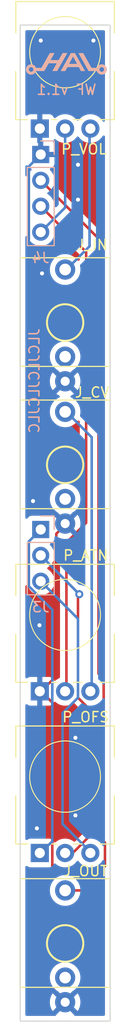
<source format=kicad_pcb>
(kicad_pcb (version 20240108) (generator "pcbnew") (generator_version "8.0")
  (title_block (rev "v1.1"))
  (layers (0 "F.Cu" signal) (31 "B.Cu" signal) (34 "B.Paste" user) (35 "F.Paste" user) (36 "B.SilkS" user "B.Silkscreen") (37 "F.SilkS" user "F.Silkscreen") (38 "B.Mask" user) (39 "F.Mask" user) (44 "Edge.Cuts" user))
  (net 0 "")
  (net 1 "Net-(J_IN1-PadSIG)")
  (net 2 "Net-(J3-Pad3)")
  (net 3 "Net-(J3-Pad1)")
  (net 4 "Net-(J_CV1-PadSIG)")
  (net 8 "Net-(J4-Pad4)")
  (net 9 "Net-(J3-Pad2)")
  (net 10 "Net-(J4-Pad3)")
  (net 11 "GND")
  (net 12 "Net-(J4-Pad2)")
  (footprint "Eurorack:Potentiometer Alpha RD901F-40-00D NoSides" (layer "F.Cu") (at 30.353 96.012 90)
    (property "Reference" "P_ATN1" (hide yes))
    (property "Value" "B100k" (hide yes))
    (fp_line (start -6.62 -4.8852) (end -1.9 -4.8852) (stroke (width 0.12)) (layer "F.SilkS"))
    (fp_line (start 1.91 -4.8752) (end 4.97 -4.8752) (stroke (width 0.12)) (layer "F.SilkS"))
    (fp_line (start -6.62 -3.6952) (end -6.62 -4.8752) (stroke (width 0.12)) (layer "F.SilkS"))
    (fp_line (start -6.62 -0.7952) (end -6.62 -1.3252) (stroke (width 0.12)) (layer "F.SilkS"))
    (fp_line (start -6.62 1.6548) (end -6.62 0.8248) (stroke (width 0.12)) (layer "F.SilkS"))
    (fp_line (start 4.97 4.8648) (end 4.97 -4.8752) (stroke (width 0.12)) (layer "F.SilkS"))
    (fp_line (start 1.91 4.8648) (end 4.97 4.8648) (stroke (width 0.12)) (layer "F.SilkS"))
    (fp_line (start -6.62 4.8648) (end -6.62 3.3748) (stroke (width 0.12)) (layer "F.SilkS"))
    (fp_line (start -6.62 4.8648) (end -1.9 4.8648) (stroke (width 0.12)) (layer "F.SilkS"))
    (fp_circle (center 0 -0.0052) (end 3.5 -0.0052) (stroke (width 0.1)) (fill none) (layer "F.SilkS"))
    (pad "1" thru_hole rect (at -7.5 -2.5052 180) (size 1.8 1.8) (drill 1) (layers "*.Cu" "*.Mask") (net 11 "GND"))
    (pad "2" thru_hole circle (at -7.5 -0.0052 180) (size 1.8 1.8) (drill 1) (layers "*.Cu" "*.Mask") (net 10 "Net-(J4-Pad3)"))
    (pad "3" thru_hole circle (at -7.5 2.4948 180) (size 1.8 1.8) (drill 1) (layers "*.Cu" "*.Mask") (net 4 "Net-(J_CV1-PadSIG)"))
  )
  (footprint "Eurorack:PJ301M-12" (layer "F.Cu") (at 30.353 67.31)
    (property "Reference" "J_IN1" (hide yes))
    (property "Value" "PJ301M-12" (hide yes))
    (fp_rect (start -4.455 -6.362039) (end 4.445 4.305961) (stroke (width 0.12)) (fill none) (layer "F.SilkS"))
    (fp_circle (center 0 0) (end 1.796051 0) (stroke (width 0.2)) (fill none) (layer "F.SilkS"))
    (pad "GND" thru_hole circle (at 0 5.766) (size 2 2) (drill 0.9) (layers "*.Cu" "*.Mask") (net 11 "GND"))
    (pad "SIG" thru_hole circle (at 0 -5.207) (size 2 2) (drill 1.15) (layers "*.Cu" "*.Mask") (net 1 "Net-(J_IN1-PadSIG)"))
    (pad "SW" thru_hole circle (at 0 3.353) (size 2 2) (drill 1.14) (layers "*.Cu" "*.Mask"))
    (zone (net 0) (net_name "") (layer "F.Cu") (connect_pads (clearance 0)) (min_thickness 0.254)
      (keepout (tracks not_allowed) (vias not_allowed) (pads not_allowed) (copperpour not_allowed) (footprints allowed))
      (fill (thermal_gap 0.508) (thermal_bridge_width 0.508))
      (polygon (pts (xy 31.858141 67.31) (xy 31.83793 67.064171) (xy 31.777841 66.824945) (xy 31.679486 66.598744) (xy 31.545508 66.391645) (xy 31.379504 66.20921) (xy 31.185932 66.056336) (xy 30.969992 65.937131) (xy 30.737482 65.854794) (xy 30.494646 65.811539) (xy 30.248007 65.808525) (xy 30.004187 65.845835) (xy 29.769734 65.922466) (xy 29.550946 66.03636) (xy 29.353697 66.184458) (xy 29.183286 66.362784) (xy 29.044288 66.566548) (xy 28.940436 66.790278) (xy 28.874519 67.027965) (xy 28.848308 67.273226) (xy 28.862507 67.519475) (xy 28.916734 67.760099) (xy 29.009532 67.988634) (xy 29.138411 68.198945) (xy 29.299908 68.385382) (xy 29.489687 68.542939) (xy 29.70265 68.667385) (xy 29.933079 68.755377) (xy 30.174785 68.804553) (xy 30.421278 68.813592) (xy 30.665936 68.78225) (xy 30.902191 68.71137) (xy 31.123697 68.602856) (xy 31.324505 68.459621) (xy 31.499223 68.285512) (xy 31.643158 68.085205) (xy 31.752445 67.864079) (xy 31.824149 67.628074) (xy 31.856344 67.383526)))
    )
  )
  (footprint "Eurorack:PJ301M-12" (layer "F.Cu") (at 30.353 81.28)
    (property "Reference" "J_CV1" (hide yes))
    (property "Value" "PJ301M-12" (hide yes))
    (fp_rect (start -4.455 -6.362039) (end 4.445 4.305961) (stroke (width 0.12)) (fill none) (layer "F.SilkS"))
    (fp_circle (center 0 0) (end 1.796051 0) (stroke (width 0.2)) (fill none) (layer "F.SilkS"))
    (pad "GND" thru_hole circle (at 0 5.766) (size 2 2) (drill 0.9) (layers "*.Cu" "*.Mask") (net 11 "GND"))
    (pad "SIG" thru_hole circle (at 0 -5.207) (size 2 2) (drill 1.15) (layers "*.Cu" "*.Mask") (net 4 "Net-(J_CV1-PadSIG)"))
    (pad "SW" thru_hole circle (at 0 3.353) (size 2 2) (drill 1.14) (layers "*.Cu" "*.Mask"))
    (zone (net 0) (net_name "") (layer "F.Cu") (connect_pads (clearance 0)) (min_thickness 0.254)
      (keepout (tracks not_allowed) (vias not_allowed) (pads not_allowed) (copperpour not_allowed) (footprints allowed))
      (fill (thermal_gap 0.508) (thermal_bridge_width 0.508))
      (polygon (pts (xy 31.858141 81.28) (xy 31.83793 81.034171) (xy 31.777841 80.794945) (xy 31.679486 80.568744) (xy 31.545508 80.361645) (xy 31.379504 80.17921) (xy 31.185932 80.026336) (xy 30.969992 79.907131) (xy 30.737482 79.824794) (xy 30.494646 79.781539) (xy 30.248007 79.778525) (xy 30.004187 79.815835) (xy 29.769734 79.892466) (xy 29.550946 80.00636) (xy 29.353697 80.154458) (xy 29.183286 80.332784) (xy 29.044288 80.536548) (xy 28.940436 80.760278) (xy 28.874519 80.997965) (xy 28.848308 81.243226) (xy 28.862507 81.489475) (xy 28.916734 81.730099) (xy 29.009532 81.958634) (xy 29.138411 82.168945) (xy 29.299908 82.355382) (xy 29.489687 82.512939) (xy 29.70265 82.637385) (xy 29.933079 82.725377) (xy 30.174785 82.774553) (xy 30.421278 82.783592) (xy 30.665936 82.75225) (xy 30.902191 82.68137) (xy 31.123697 82.572856) (xy 31.324505 82.429621) (xy 31.499223 82.255512) (xy 31.643158 82.055205) (xy 31.752445 81.834079) (xy 31.824149 81.598074) (xy 31.856344 81.353526)))
    )
  )
  (footprint "Eurorack:PJ301M-12" (layer "F.Cu") (at 30.353 128.27)
    (property "Reference" "J_OUT1" (hide yes))
    (property "Value" "PJ301M-12" (hide yes))
    (fp_rect (start -4.455 -6.362039) (end 4.445 4.305961) (stroke (width 0.12)) (fill none) (layer "F.SilkS"))
    (fp_circle (center 0 0) (end 1.796051 0) (stroke (width 0.2)) (fill none) (layer "F.SilkS"))
    (pad "GND" thru_hole circle (at 0 5.766) (size 2 2) (drill 0.9) (layers "*.Cu" "*.Mask") (net 11 "GND"))
    (pad "SIG" thru_hole circle (at 0 -5.207) (size 2 2) (drill 1.15) (layers "*.Cu" "*.Mask") (net 12 "Net-(J4-Pad2)"))
    (pad "SW" thru_hole circle (at 0 3.353) (size 2 2) (drill 1.14) (layers "*.Cu" "*.Mask"))
    (zone (net 0) (net_name "") (layer "F.Cu") (connect_pads (clearance 0)) (min_thickness 0.254)
      (keepout (tracks not_allowed) (vias not_allowed) (pads not_allowed) (copperpour not_allowed) (footprints allowed))
      (fill (thermal_gap 0.508) (thermal_bridge_width 0.508))
      (polygon (pts (xy 31.858141 128.27) (xy 31.83793 128.024171) (xy 31.777841 127.784945) (xy 31.679486 127.558744) (xy 31.545508 127.351645) (xy 31.379504 127.16921) (xy 31.185932 127.016336) (xy 30.969992 126.897131) (xy 30.737482 126.814794) (xy 30.494646 126.771539) (xy 30.248007 126.768525) (xy 30.004187 126.805835) (xy 29.769734 126.882466) (xy 29.550946 126.99636) (xy 29.353697 127.144458) (xy 29.183286 127.322784) (xy 29.044288 127.526548) (xy 28.940436 127.750278) (xy 28.874519 127.987965) (xy 28.848308 128.233226) (xy 28.862507 128.479475) (xy 28.916734 128.720099) (xy 29.009532 128.948634) (xy 29.138411 129.158945) (xy 29.299908 129.345382) (xy 29.489687 129.502939) (xy 29.70265 129.627385) (xy 29.933079 129.715377) (xy 30.174785 129.764553) (xy 30.421278 129.773592) (xy 30.665936 129.74225) (xy 30.902191 129.67137) (xy 31.123697 129.562856) (xy 31.324505 129.419621) (xy 31.499223 129.245512) (xy 31.643158 129.045205) (xy 31.752445 128.824079) (xy 31.824149 128.588074) (xy 31.856344 128.343526)))
    )
  )
  (footprint "Eurorack:Potentiometer Alpha RD901F-40-00D NoSides" (layer "F.Cu") (at 30.353 40.767 90)
    (property "Reference" "P_VOL1" (hide yes))
    (property "Value" "B100k" (hide yes))
    (fp_line (start -6.62 -4.8852) (end -1.9 -4.8852) (stroke (width 0.12)) (layer "F.SilkS"))
    (fp_line (start 1.91 -4.8752) (end 4.97 -4.8752) (stroke (width 0.12)) (layer "F.SilkS"))
    (fp_line (start -6.62 -3.6952) (end -6.62 -4.8752) (stroke (width 0.12)) (layer "F.SilkS"))
    (fp_line (start -6.62 -0.7952) (end -6.62 -1.3252) (stroke (width 0.12)) (layer "F.SilkS"))
    (fp_line (start -6.62 1.6548) (end -6.62 0.8248) (stroke (width 0.12)) (layer "F.SilkS"))
    (fp_line (start 4.97 4.8648) (end 4.97 -4.8752) (stroke (width 0.12)) (layer "F.SilkS"))
    (fp_line (start 1.91 4.8648) (end 4.97 4.8648) (stroke (width 0.12)) (layer "F.SilkS"))
    (fp_line (start -6.62 4.8648) (end -6.62 3.3748) (stroke (width 0.12)) (layer "F.SilkS"))
    (fp_line (start -6.62 4.8648) (end -1.9 4.8648) (stroke (width 0.12)) (layer "F.SilkS"))
    (fp_circle (center 0 -0.0052) (end 3.5 -0.0052) (stroke (width 0.1)) (fill none) (layer "F.SilkS"))
    (pad "1" thru_hole rect (at -7.5 -2.5052 180) (size 1.8 1.8) (drill 1) (layers "*.Cu" "*.Mask") (net 11 "GND"))
    (pad "2" thru_hole circle (at -7.5 -0.0052 180) (size 1.8 1.8) (drill 1) (layers "*.Cu" "*.Mask") (net 8 "Net-(J4-Pad4)"))
    (pad "3" thru_hole circle (at -7.5 2.4948 180) (size 1.8 1.8) (drill 1) (layers "*.Cu" "*.Mask") (net 1 "Net-(J_IN1-PadSIG)"))
  )
  (footprint "Eurorack:Potentiometer Alpha RD901F-40-00D NoSides" (layer "F.Cu") (at 30.353 111.887 90)
    (property "Reference" "P_OFS1" (hide yes))
    (property "Value" "B100k" (hide yes))
    (fp_line (start -6.62 -4.8852) (end -1.9 -4.8852) (stroke (width 0.12)) (layer "F.SilkS"))
    (fp_line (start 1.91 -4.8752) (end 4.97 -4.8752) (stroke (width 0.12)) (layer "F.SilkS"))
    (fp_line (start -6.62 -3.6952) (end -6.62 -4.8752) (stroke (width 0.12)) (layer "F.SilkS"))
    (fp_line (start -6.62 -0.7952) (end -6.62 -1.3252) (stroke (width 0.12)) (layer "F.SilkS"))
    (fp_line (start -6.62 1.6548) (end -6.62 0.8248) (stroke (width 0.12)) (layer "F.SilkS"))
    (fp_line (start 4.97 4.8648) (end 4.97 -4.8752) (stroke (width 0.12)) (layer "F.SilkS"))
    (fp_line (start 1.91 4.8648) (end 4.97 4.8648) (stroke (width 0.12)) (layer "F.SilkS"))
    (fp_line (start -6.62 4.8648) (end -6.62 3.3748) (stroke (width 0.12)) (layer "F.SilkS"))
    (fp_line (start -6.62 4.8648) (end -1.9 4.8648) (stroke (width 0.12)) (layer "F.SilkS"))
    (fp_circle (center 0 -0.0052) (end 3.5 -0.0052) (stroke (width 0.1)) (fill none) (layer "F.SilkS"))
    (pad "1" thru_hole rect (at -7.5 -2.5052 180) (size 1.8 1.8) (drill 1) (layers "*.Cu" "*.Mask") (net 3 "Net-(J3-Pad1)"))
    (pad "2" thru_hole circle (at -7.5 -0.0052 180) (size 1.8 1.8) (drill 1) (layers "*.Cu" "*.Mask") (net 9 "Net-(J3-Pad2)"))
    (pad "3" thru_hole circle (at -7.5 2.4948 180) (size 1.8 1.8) (drill 1) (layers "*.Cu" "*.Mask") (net 2 "Net-(J3-Pad3)"))
  )
  (footprint "Connector_PinHeader_2.54mm:PinHeader_1x03_P2.54mm_Vertical" (layer "B.Cu") (at 27.94 87.63 180)
    (property "Reference" "J3" (at 0 -7.62 0) (layer "B.SilkS") (effects (justify mirror)))
    (property "Value" "Conn_01x03_Female" (hide yes))
    (fp_line (start 1.33 -1.27) (end 1.33 -6.41) (stroke (width 0.12)) (layer "B.SilkS"))
    (fp_line (start -1.33 1.33) (end 0 1.33) (stroke (width 0.12)) (layer "B.SilkS"))
    (fp_line (start -1.33 0) (end -1.33 1.33) (stroke (width 0.12)) (layer "B.SilkS"))
    (fp_line (start -1.33 -1.27) (end 1.33 -1.27) (stroke (width 0.12)) (layer "B.SilkS"))
    (fp_line (start -1.33 -1.27) (end -1.33 -6.41) (stroke (width 0.12)) (layer "B.SilkS"))
    (fp_line (start -1.33 -6.41) (end 1.33 -6.41) (stroke (width 0.12)) (layer "B.SilkS"))
    (pad "1" thru_hole rect (at 0 0 180) (size 1.7 1.7) (drill 1) (layers "*.Cu" "*.Mask") (net 3 "Net-(J3-Pad1)"))
    (pad "2" thru_hole oval (at 0 -2.54 180) (size 1.7 1.7) (drill 1) (layers "*.Cu" "*.Mask") (net 9 "Net-(J3-Pad2)"))
    (pad "3" thru_hole oval (at 0 -5.08 180) (size 1.7 1.7) (drill 1) (layers "*.Cu" "*.Mask") (net 2 "Net-(J3-Pad3)"))
  )
  (footprint "Logos:Avalon Harmonics Small 8mm" (layer "B.Cu") (at 30.48 41.91 180)
    (property "Reference" "G***" (hide yes))
    (property "Value" "LOGO" (hide yes))
    (fp_poly (pts (xy 0.063364 0.181652) (xy 0.107392 0.104865) (xy 0.150408 0.029818) (xy 0.192248 -0.043205) (xy 0.23275 -0.113918) (xy 0.271752 -0.182037) (xy 0.309091 -0.247278) (xy 0.344605 -0.309357) (xy 0.37813 -0.367987) (xy 0.409505 -0.422886) (xy 0.438567 -0.473768) (xy 0.465153 -0.52035) (xy 0.489102 -0.562345) (xy 0.510249 -0.599471) (xy 0.528433 -0.631442) (xy 0.543492 -0.657973) (xy 0.555262 -0.678781) (xy 0.563581 -0.693581) (xy 0.568287 -0.702088) (xy 0.569344 -0.704145) (xy 0.569403 -0.705581) (xy 0.568326 -0.706801) (xy 0.565531 -0.707823) (xy 0.560437 -0.708663) (xy 0.552464 -0.709341) (xy 0.541031 -0.709872) (xy 0.525557 -0.710276) (xy 0.505462 -0.710568) (xy 0.480165 -0.710767) (xy 0.449084 -0.71089) (xy 0.411639 -0.710955) (xy 0.367249 -0.710979) (xy 0.342539 -0.710981) (xy 0.11382 -0.710981) (xy 0.106431 -0.700238) (xy 0.10318 -0.694831) (xy 0.096557 -0.683243) (xy 0.086935 -0.666149) (xy 0.074691 -0.644225) (xy 0.060201 -0.618144) (xy 0.043838 -0.588582) (xy 0.025979 -0.556213) (xy 0.007 -0.521713) (xy -0.00223 -0.504901) (xy -0.103502 -0.320306) (xy -0.664094 -0.321296) (xy -1.224685 -0.322285) (xy -1.326254 -0.51211) (xy -1.345327 -0.547731) (xy -1.363345 -0.581336) (xy -1.379964 -0.612284) (xy -1.394838 -0.639933) (xy -1.407621 -0.663642) (xy -1.417967 -0.68277) (xy -1.42553 -0.696674) (xy -1.429966 -0.704715) (xy -1.430983 -0.706458) (xy -1.435339 -0.707325) (xy -1.446554 -0.708112) (xy -1.463746 -0.708816) (xy -1.486034 -0.709434) (xy -1.512536 -0.709964) (xy -1.54237 -0.710402) (xy -1.574655 -0.710745) (xy -1.60851 -0.710992) (xy -1.643053 -0.711138) (xy -1.677403 -0.711181) (xy -1.710677 -0.711117) (xy -1.741995 -0.710945) (xy -1.770475 -0.710662) (xy -1.795235 -0.710263) (xy -1.815395 -0.709747) (xy -1.830072 -0.709111) (xy -1.838384 -0.708351) (xy -1.839957 -0.707797) (xy -1.838059 -0.704164) (xy -1.832471 -0.694016) (xy -1.823354 -0.677637) (xy -1.810867 -0.655311) (xy -1.79517 -0.627321) (xy -1.776424 -0.593952) (xy -1.754788 -0.555486) (xy -1.730422 -0.512208) (xy -1.703487 -0.464402) (xy -1.674142 -0.412352) (xy -1.642547 -0.356341) (xy -1.608863 -0.296653) (xy -1.573249 -0.233572) (xy -1.535865 -0.167381) (xy -1.496871 -0.098365) (xy -1.456428 -0.026807) (xy -1.439615 0.00293) (xy -1.045782 0.00293) (xy -1.042194 0.002519) (xy -1.031317 0.002124) (xy -1.013674 0.001751) (xy -0.989788 0.001403) (xy -0.960184 0.001085) (xy -0.925385 0.000799) (xy -0.885915 0.000551) (xy -0.842297 0.000344) (xy -0.795054 0.000182) (xy -0.744711 0.000069) (xy -0.69179 0.000009) (xy -0.661963 0) (xy -0.598482 0.000006) (xy -0.542365 0.000028) (xy -0.493165 0.000075) (xy -0.450433 0.000154) (xy -0.413722 0.000273) (xy -0.382582 0.00044) (xy -0.356566 0.000664) (xy -0.335226 0.000952) (xy -0.318113 0.001311) (xy -0.304779 0.001751) (xy -0.294775 0.002278) (xy -0.287655 0.002901) (xy -0.282969 0.003628) (xy -0.280269 0.004466) (xy -0.279107 0.005424) (xy -0.279036 0.006509) (xy -0.279121 0.006764) (xy -0.28143 0.011495) (xy -0.287035 0.022418) (xy -0.295566 0.038826) (xy -0.306653 0.060012) (xy -0.319924 0.085271) (xy -0.335009 0.113895) (xy -0.351538 0.145177) (xy -0.368748 0.177673) (xy -0.389168 0.216186) (xy -0.41238 0.259965) (xy -0.437518 0.307375) (xy -0.463713 0.35678) (xy -0.490099 0.406544) (xy -0.515808 0.455032) (xy -0.539973 0.500607) (xy -0.554766 0.528506) (xy -0.577236 0.570781) (xy -0.59637 0.606539) (xy -0.612412 0.63621) (xy -0.625607 0.660221) (xy -0.636199 0.679001) (xy -0.644432 0.692978) (xy -0.65055 0.70258) (xy -0.654797 0.708237) (xy -0.657418 0.710375) (xy -0.658303 0.710157) (xy -0.660768 0.706094) (xy -0.666713 0.695631) (xy -0.675882 0.679234) (xy -0.688019 0.657365) (xy -0.702869 0.63049) (xy -0.720177 0.599071) (xy -0.739687 0.563572) (xy -0.761144 0.524458) (xy -0.784294 0.482193) (xy -0.808879 0.43724) (xy -0.834646 0.390063) (xy -0.853507 0.355491) (xy -0.879906 0.30708) (xy -0.905253 0.2606) (xy -0.929297 0.216508) (xy -0.951788 0.175266) (xy -0.972474 0.137333) (xy -0.991106 0.103169) (xy -1.007432 0.073233) (xy -1.021202 0.047987) (xy -1.032164 0.027889) (xy -1.040068 0.013399) (xy -1.044663 0.004978) (xy -1.045782 0.00293) (xy -1.439615 0.00293) (xy -1.414694 0.047008) (xy -1.371831 0.122798) (xy -1.340603 0.178) (xy -0.841249 1.060612) (xy -0.440703 1.060612)) (fill solid) (layer "B.SilkS"))
    (fp_poly (pts (xy -1.497484 1.061879) (xy -1.45764 1.061778) (xy -1.417043 1.061626) (xy -1.183593 1.060612) (xy -1.682149 0.179699) (xy -1.725736 0.102706) (xy -1.768352 0.027474) (xy -1.809834 -0.045712) (xy -1.850021 -0.116567) (xy -1.888748 -0.184807) (xy -1.925855 -0.250146) (xy -1.961179 -0.312299) (xy -1.994557 -0.370981) (xy -2.025826 -0.425908) (xy -2.054826 -0.476794) (xy -2.081392 -0.523353) (xy -2.105363 -0.565302) (xy -2.126577 -0.602356) (xy -2.14487 -0.634228) (xy -2.160081 -0.660634) (xy -2.172047 -0.681289) (xy -2.180606 -0.695909) (xy -2.185595 -0.704207) (xy -2.18687 -0.706098) (xy -2.189439 -0.706916) (xy -2.195215 -0.707643) (xy -2.204571 -0.708285) (xy -2.217881 -0.708847) (xy -2.235519 -0.709331) (xy -2.257859 -0.709743) (xy -2.285275 -0.710088) (xy -2.318141 -0.710369) (xy -2.356831 -0.710591) (xy -2.40172 -0.710759) (xy -2.45318 -0.710877) (xy -2.511586 -0.710949) (xy -2.577311 -0.710979) (xy -2.599845 -0.710981) (xy -3.006655 -0.710981) (xy -3.018911 -0.743246) (xy -3.043124 -0.796175) (xy -3.074049 -0.845887) (xy -3.111061 -0.891854) (xy -3.153537 -0.933547) (xy -3.200852 -0.970439) (xy -3.252383 -1.002001) (xy -3.307504 -1.027705) (xy -3.365592 -1.047024) (xy -3.383021 -1.051383) (xy -3.401982 -1.054713) (xy -3.426428 -1.057453) (xy -3.454271 -1.059519) (xy -3.483426 -1.060827) (xy -3.511804 -1.061294) (xy -3.537318 -1.060834) (xy -3.55788 -1.059364) (xy -3.563257 -1.058638) (xy -3.625636 -1.04494) (xy -3.684754 -1.024385) (xy -3.740186 -0.997373) (xy -3.791508 -0.964304) (xy -3.838295 -0.925578) (xy -3.880122 -0.881595) (xy -3.916565 -0.832756) (xy -3.947198 -0.77946) (xy -3.971597 -0.722108) (xy -3.989338 -0.661099) (xy -3.990409 -0.65629) (xy -3.994757 -0.629779) (xy -3.997686 -0.598147) (xy -3.999129 -0.56397) (xy -3.999094 -0.552768) (xy -3.712535 -0.552768) (xy -3.70899 -0.594517) (xy -3.698163 -0.633499) (xy -3.680163 -0.669454) (xy -3.6551 -0.702122) (xy -3.645375 -0.712062) (xy -3.612806 -0.738347) (xy -3.577038 -0.757793) (xy -3.538879 -0.770208) (xy -3.499135 -0.775397) (xy -3.458616 -0.773165) (xy -3.424039 -0.76525) (xy -3.387214 -0.749767) (xy -3.353907 -0.727732) (xy -3.324894 -0.699907) (xy -3.300951 -0.667056) (xy -3.282855 -0.629943) (xy -3.280818 -0.624408) (xy -3.275329 -0.602379) (xy -3.272164 -0.575654) (xy -3.271356 -0.54699) (xy -3.272938 -0.519145) (xy -3.276943 -0.494878) (xy -3.279173 -0.486967) (xy -3.295059 -0.450607) (xy -3.317412 -0.417263) (xy -3.345172 -0.388018) (xy -3.37728 -0.363955) (xy -3.412676 -0.346157) (xy -3.419262 -0.343721) (xy -3.445317 -0.337058) (xy -3.475044 -0.333392) (xy -3.505328 -0.332874) (xy -3.533052 -0.335649) (xy -3.543187 -0.337833) (xy -3.580141 -0.350376) (xy -3.612262 -0.367877) (xy -3.641521 -0.391453) (xy -3.646716 -0.396509) (xy -3.673871 -0.42813) (xy -3.693605 -0.461622) (xy -3.706227 -0.497717) (xy -3.712045 -0.537149) (xy -3.712535 -0.552768) (xy -3.999094 -0.552768) (xy -3.999022 -0.529823) (xy -3.997298 -0.49828) (xy -3.994962 -0.478258) (xy -3.981769 -0.417017) (xy -3.961645 -0.358845) (xy -3.935018 -0.304184) (xy -3.902314 -0.253473) (xy -3.86396 -0.207153) (xy -3.820382 -0.165663) (xy -3.772008 -0.129444) (xy -3.719264 -0.098936) (xy -3.662577 -0.07458) (xy -3.602373 -0.056814) (xy -3.582252 -0.052558) (xy -3.547318 -0.047773) (xy -3.507953 -0.045558) (xy -3.467094 -0.045889) (xy -3.427681 -0.04874) (xy -3.392649 -0.054083) (xy -3.391874 -0.054245) (xy -3.329448 -0.071202) (xy -3.270254 -0.095257) (xy -3.214039 -0.126516) (xy -3.205583 -0.132008) (xy -3.18715 -0.145728) (xy -3.165669 -0.164126) (xy -3.142742 -0.1856) (xy -3.119971 -0.20855) (xy -3.098956 -0.231373) (xy -3.0813 -0.25247) (xy -3.070902 -0.266676) (xy -3.059367 -0.285138) (xy -3.046889 -0.307054) (xy -3.034628 -0.330194) (xy -3.023745 -0.35233) (xy -3.0154 -0.371234) (xy -3.012603 -0.378605) (xy -3.008404 -0.390649) (xy -2.743536 -0.390477) (xy -2.478669 -0.390305) (xy -2.068641 0.334615) (xy -2.029183 0.40435) (xy -1.990721 0.472274) (xy -1.953433 0.538075) (xy -1.917497 0.601439) (xy -1.883092 0.662053) (xy -1.850396 0.719606) (xy -1.819587 0.773782) (xy -1.790844 0.824271) (xy -1.764345 0.870759) (xy -1.740269 0.912934) (xy -1.718793 0.950481) (xy -1.700096 0.983089) (xy -1.684357 1.010445) (xy -1.671753 1.032236) (xy -1.662464 1.048148) (xy -1.656667 1.05787) (xy -1.654553 1.061087) (xy -1.650015 1.06135) (xy -1.638356 1.061565) (xy -1.620269 1.061732) (xy -1.596446 1.061848) (xy -1.567579 1.061912) (xy -1.534361 1.061923)) (fill solid) (layer "B.SilkS"))
    (fp_poly (pts (xy 1.557128 1.061892) (xy 1.585835 1.061817) (xy 1.609474 1.061688) (xy 1.627354 1.061507) (xy 1.638779 1.061277) (xy 1.643033 1.06101) (xy 1.645357 1.057513) (xy 1.651381 1.047546) (xy 1.660925 1.03142) (xy 1.67381 1.009447) (xy 1.689855 0.981938) (xy 1.70888 0.949205) (xy 1.730706 0.911558) (xy 1.755153 0.869309) (xy 1.782041 0.82277) (xy 1.811189 0.772251) (xy 1.842419 0.718065) (xy 1.87555 0.660523) (xy 1.910402 0.599936) (xy 1.946795 0.536615) (xy 1.98455 0.470872) (xy 2.023487 0.403018) (xy 2.062851 0.334366) (xy 2.478408 -0.390649) (xy 3.008404 -0.390649) (xy 3.012602 -0.378605) (xy 3.019289 -0.362083) (xy 3.02908 -0.341243) (xy 3.040815 -0.318314) (xy 3.053332 -0.295523) (xy 3.065472 -0.2751) (xy 3.070901 -0.266676) (xy 3.084855 -0.248006) (xy 3.103419 -0.226362) (xy 3.124989 -0.203348) (xy 3.147962 -0.180567) (xy 3.170735 -0.159622) (xy 3.191704 -0.142116) (xy 3.20566 -0.131956) (xy 3.260534 -0.099788) (xy 3.31674 -0.07523) (xy 3.374811 -0.058122) (xy 3.435279 -0.0483) (xy 3.490449 -0.045556) (xy 3.554528 -0.049152) (xy 3.615861 -0.060056) (xy 3.674344 -0.078228) (xy 3.729874 -0.103623) (xy 3.782347 -0.1362) (xy 3.831661 -0.175915) (xy 3.851894 -0.195201) (xy 3.89338 -0.242187) (xy 3.928593 -0.293722) (xy 3.95734 -0.349446) (xy 3.979427 -0.408999) (xy 3.990904 -0.453153) (xy 3.994709 -0.477157) (xy 3.997223 -0.506594) (xy 3.998443 -0.539205) (xy 3.998366 -0.572727) (xy 3.996988 -0.6049) (xy 3.994307 -0.633461) (xy 3.991181 -0.652384) (xy 3.974128 -0.714817) (xy 3.950593 -0.772928) (xy 3.920464 -0.826917) (xy 3.883631 -0.876984) (xy 3.841147 -0.922223) (xy 3.792596 -0.963196) (xy 3.740223 -0.997361) (xy 3.683985 -1.024742) (xy 3.623839 -1.045362) (xy 3.593971 -1.052776) (xy 3.58167 -1.054767) (xy 3.564147 -1.056672) (xy 3.543084 -1.058405) (xy 3.520163 -1.059881) (xy 3.497066 -1.061013) (xy 3.475475 -1.061715) (xy 3.457072 -1.061902) (xy 3.443539 -1.061488) (xy 3.437711 -1.060758) (xy 3.431163 -1.059488) (xy 3.419306 -1.057427) (xy 3.404548 -1.054993) (xy 3.402553 -1.054672) (xy 3.355737 -1.044136) (xy 3.307379 -1.027657) (xy 3.259653 -1.006166) (xy 3.214733 -0.980594) (xy 3.190136 -0.963756) (xy 3.147804 -0.928606) (xy 3.108699 -0.888244) (xy 3.073878 -0.844056) (xy 3.044401 -0.797427) (xy 3.021324 -0.749744) (xy 3.015791 -0.735397) (xy 3.00695 -0.710981) (xy 2.599524 -0.710981) (xy 2.532545 -0.710967) (xy 2.472971 -0.71092) (xy 2.420393 -0.710836) (xy 2.374404 -0.710709) (xy 2.334596 -0.710534) (xy 2.300561 -0.710306) (xy 2.27189 -0.710019) (xy 2.248176 -0.709669) (xy 2.22901 -0.709251) (xy 2.213985 -0.708758) (xy 2.202692 -0.708186) (xy 2.194724 -0.70753) (xy 2.189672 -0.706785) (xy 2.187128 -0.705944) (xy 2.186837 -0.705719) (xy 2.184232 -0.701688) (xy 2.178008 -0.691311) (xy 2.168421 -0.675029) (xy 2.155724 -0.65328) (xy 2.140171 -0.626505) (xy 2.122018 -0.595143) (xy 2.101517 -0.559636) (xy 2.099449 -0.556046) (xy 3.269732 -0.556046) (xy 3.273421 -0.595625) (xy 3.284015 -0.632947) (xy 3.300806 -0.66735) (xy 3.323087 -0.698173) (xy 3.35015 -0.724756) (xy 3.381286 -0.746436) (xy 3.415789 -0.762555) (xy 3.452949 -0.772449) (xy 3.49206 -0.775459) (xy 3.504121 -0.774916) (xy 3.521897 -0.772856) (xy 3.540451 -0.769557) (xy 3.550795 -0.767073) (xy 3.588742 -0.752473) (xy 3.623033 -0.731345) (xy 3.652966 -0.704395) (xy 3.67784 -0.672329) (xy 3.696954 -0.635852) (xy 3.705594 -0.611366) (xy 3.709996 -0.589743) (xy 3.712235 -0.563667) (xy 3.712443 -0.552768) (xy 3.709183 -0.512064) (xy 3.699205 -0.474895) (xy 3.682208 -0.440548) (xy 3.657892 -0.40831) (xy 3.646715 -0.396509) (xy 3.615364 -0.370397) (xy 3.580922 -0.351) (xy 3.544291 -0.338313) (xy 3.506371 -0.332335) (xy 3.46806 -0.333061) (xy 3.430261 -0.340489) (xy 3.393872 -0.354615) (xy 3.359794 -0.375437) (xy 3.334118 -0.397592) (xy 3.307712 -0.429341) (xy 3.288099 -0.464809) (xy 3.275458 -0.503556) (xy 3.269967 -0.545144) (xy 3.269732 -0.556046) (xy 2.099449 -0.556046) (xy 2.078924 -0.520422) (xy 2.054492 -0.477942) (xy 2.028475 -0.432635) (xy 2.001129 -0.384942) (xy 1.972707 -0.335302) (xy 1.966818 -0.325007) (xy 1.75206 0.050443) (xy 1.356528 0.050614) (xy 1.301662 0.050619) (xy 1.249051 0.050589) (xy 1.199216 0.050525) (xy 1.152676 0.05043) (xy 1.109952 0.050307) (xy 1.071563 0.050156) (xy 1.038029 0.049981) (xy 1.009869 0.049784) (xy 0.987604 0.049567) (xy 0.971752 0.049332) (xy 0.962835 0.049081) (xy 0.960996 0.0489) (xy 0.962899 0.04533) (xy 0.968443 0.035417) (xy 0.977379 0.019596) (xy 0.989462 -0.0017) (xy 1.004442 -0.028036) (xy 1.022073 -0.058977) (xy 1.042106 -0.09409) (xy 1.064294 -0.132941) (xy 1.08839 -0.175095) (xy 1.114146 -0.220118) (xy 1.141315 -0.267576) (xy 1.169648 -0.317035) (xy 1.175853 -0.327862) (xy 1.204406 -0.377699) (xy 1.231846 -0.425633) (xy 1.257928 -0.471229) (xy 1.282402 -0.514053) (xy 1.305021 -0.55367) (xy 1.325538 -0.589645) (xy 1.343705 -0.621545) (xy 1.359274 -0.648934) (xy 1.371998 -0.671377) (xy 1.381629 -0.688441) (xy 1.38792 -0.69969) (xy 1.390622 -0.704691) (xy 1.39071 -0.704907) (xy 1.386916 -0.705294) (xy 1.375981 -0.705659) (xy 1.35858 -0.705996) (xy 1.335385 -0.706298) (xy 1.307068 -0.706559) (xy 1.274304 -0.706774) (xy 1.237764 -0.706935) (xy 1.198122 -0.707038) (xy 1.156051 -0.707075) (xy 0.918826 -0.707075) (xy 0.413512 0.174318) (xy 0.369451 0.251175) (xy 0.326406 0.326269) (xy 0.284539 0.399316) (xy 0.244012 0.470034) (xy 0.204987 0.53814) (xy 0.167626 0.603352) (xy 0.13209 0.665385) (xy 0.098542 0.723959) (xy 0.067143 0.778789) (xy 0.038055 0.829593) (xy 0.011441 0.876089) (xy -0.012538 0.917993) (xy -0.03372 0.955022) (xy -0.051943 0.986895) (xy -0.067044 1.013327) (xy -0.078864 1.034037) (xy -0.087238 1.048742) (xy -0.092005 1.057158) (xy -0.093115 1.059168) (xy -0.089561 1.059809) (xy -0.078762 1.06037) (xy -0.061287 1.060845) (xy -0.037703 1.06123) (xy -0.00858 1.061517) (xy 0.025515 1.061702) (xy 0.064015 1.061777) (xy 0.10635 1.061738) (xy 0.142752 1.061619) (xy 0.379932 1.060612) (xy 0.577593 0.715864) (xy 0.775254 0.371117) (xy 1.567076 0.371117) (xy 1.554269 0.393579) (xy 1.550496 0.400181) (xy 1.543131 0.413052) (xy 1.532466 0.431684) (xy 1.518793 0.455566) (xy 1.502404 0.484188) (xy 1.48359 0.517042) (xy 1.462644 0.553617) (xy 1.439856 0.593405) (xy 1.41552 0.635894) (xy 1.389927 0.680576) (xy 1.363369 0.726941) (xy 1.356847 0.738327) (xy 1.172231 1.060612) (xy 1.405502 1.061626) (xy 1.447542 1.061781) (xy 1.487288 1.061877) (xy 1.524048 1.061913)) (fill solid) (layer "B.SilkS"))
  )
  (footprint "Connector_PinHeader_2.54mm:PinHeader_1x04_P2.54mm_Vertical" (layer "B.Cu") (at 27.94 50.81 180)
    (property "Reference" "J4" (at 0 -10.15 0) (layer "B.SilkS") (effects (justify mirror)))
    (property "Value" "Conn_01x04_Female" (hide yes))
    (fp_line (start 1.33 -1.27) (end 1.33 -8.95) (stroke (width 0.12)) (layer "B.SilkS"))
    (fp_line (start -1.33 1.33) (end 0 1.33) (stroke (width 0.12)) (layer "B.SilkS"))
    (fp_line (start -1.33 0) (end -1.33 1.33) (stroke (width 0.12)) (layer "B.SilkS"))
    (fp_line (start -1.33 -1.27) (end 1.33 -1.27) (stroke (width 0.12)) (layer "B.SilkS"))
    (fp_line (start -1.33 -1.27) (end -1.33 -8.95) (stroke (width 0.12)) (layer "B.SilkS"))
    (fp_line (start -1.33 -8.95) (end 1.33 -8.95) (stroke (width 0.12)) (layer "B.SilkS"))
    (pad "1" thru_hole rect (at 0 0 180) (size 1.7 1.7) (drill 1) (layers "*.Cu" "*.Mask") (net 11 "GND"))
    (pad "2" thru_hole oval (at 0 -2.54 180) (size 1.7 1.7) (drill 1) (layers "*.Cu" "*.Mask") (net 12 "Net-(J4-Pad2)"))
    (pad "3" thru_hole oval (at 0 -5.08 180) (size 1.7 1.7) (drill 1) (layers "*.Cu" "*.Mask") (net 10 "Net-(J4-Pad3)"))
    (pad "4" thru_hole oval (at 0 -7.62 180) (size 1.7 1.7) (drill 1) (layers "*.Cu" "*.Mask") (net 8 "Net-(J4-Pad4)"))
  )
  (gr_rect (start 25.908 38.1) (end 34.798 135.89) (stroke (width 0.1)) (fill none) (layer "Edge.Cuts"))
  (gr_text "JLCJLCJLCJLC" (at 27.305 73.025 90) (layer "B.SilkS") (effects (font (size 1 1)) (justify mirror)))
  (gr_text "WF v1.1" (at 30.48 44.45 0) (layer "B.SilkS") (effects (font (size 1 1)) (justify mirror)))
  (gr_text "J_IN" (at 33.02 59.69 0) (layer "F.SilkS") (effects (font (size 1 1))))
  (gr_text "P_OFS" (at 32.385 106.045 0) (layer "F.SilkS") (effects (font (size 1 1))))
  (gr_text "J_OUT" (at 32.385 121.158 0) (layer "F.SilkS") (effects (font (size 1 1))))
  (gr_text "P_VOL" (at 32.2072 50.292 0) (layer "F.SilkS") (effects (font (size 1 1))))
  (gr_text "J_CV" (at 33.02 74.168 0) (layer "F.SilkS") (effects (font (size 1 1))))
  (gr_text "P_ATN" (at 32.385 90.17 0) (layer "F.SilkS") (effects (font (size 1 1))))
  (segment (start 32.766 48.434) (end 32.766 59.817) (width 0.25) (layer "B.Cu") (net 1))
  (segment (start 32.766 59.817) (end 30.48 62.103) (width 0.25) (layer "B.Cu") (net 1))
  (segment (start 32.94 119.38) (end 30.099 116.539) (width 0.25) (layer "B.Cu") (net 2))
  (segment (start 30.099 116.539) (end 30.099 105.659521) (width 0.25) (layer "B.Cu") (net 2))
  (segment (start 31.623 104.135521) (end 31.623 96.393) (width 0.25) (layer "B.Cu") (net 2))
  (segment (start 31.623 96.393) (end 27.94 92.71) (width 0.25) (layer "B.Cu") (net 2))
  (segment (start 30.099 105.659521) (end 31.623 104.135521) (width 0.25) (layer "B.Cu") (net 2))
  (segment (start 26.765489 88.804511) (end 27.94 87.63) (width 0.25) (layer "B.Cu") (net 3))
  (segment (start 27.94 119.38) (end 29.083 118.237) (width 0.25) (layer "B.Cu") (net 3))
  (segment (start 29.083 95.51401) (end 26.765489 93.196499) (width 0.25) (layer "B.Cu") (net 3))
  (segment (start 26.765489 93.196499) (end 26.765489 88.804511) (width 0.25) (layer "B.Cu") (net 3))
  (segment (start 29.083 118.237) (end 29.083 95.51401) (width 0.25) (layer "B.Cu") (net 3))
  (segment (start 32.98 103.515) (end 32.98 78.573) (width 0.25) (layer "B.Cu") (net 4))
  (segment (start 32.98 78.573) (end 30.48 76.073) (width 0.25) (layer "B.Cu") (net 4))
  (segment (start 30.353 56.017) (end 27.94 58.43) (width 0.25) (layer "B.Cu") (net 8))
  (segment (start 30.353 48.347) (end 30.353 56.017) (width 0.25) (layer "B.Cu") (net 8))
  (segment (start 31.75 93.98) (end 31.623 94.107) (width 0.25) (layer "F.Cu") (net 9))
  (segment (start 31.115 119.38) (end 30.44 119.38) (width 0.25) (layer "F.Cu") (net 9))
  (segment (start 32.766 117.729) (end 31.115 119.38) (width 0.25) (layer "F.Cu") (net 9))
  (segment (start 31.623 94.107) (end 31.623 104.14) (width 0.25) (layer "F.Cu") (net 9))
  (segment (start 32.766 105.283) (end 32.766 117.729) (width 0.25) (layer "F.Cu") (net 9))
  (segment (start 31.623 104.14) (end 32.766 105.283) (width 0.25) (layer "F.Cu") (net 9))
  (via (at 31.75 93.98) (size 0.8) (drill 0.4) (layers "F.Cu" "B.Cu") (net 9))
  (segment (start 31.75 93.98) (end 27.94 90.17) (width 0.25) (layer "B.Cu") (net 9))
  (segment (start 32.429521 60.379521) (end 32.429521 86.969622) (width 0.25) (layer "F.Cu") (net 10))
  (segment (start 27.94 55.89) (end 32.429521 60.379521) (width 0.25) (layer "F.Cu") (net 10))
  (segment (start 30.48 88.919143) (end 30.48 103.515) (width 0.25) (layer "F.Cu") (net 10))
  (segment (start 32.429521 86.969622) (end 30.48 88.919143) (width 0.25) (layer "F.Cu") (net 10))
  (segment (start 29.083 121.6406) (end 28.530479 122.193121) (width 0.25) (layer "F.Cu") (net 11))
  (segment (start 28.530479 122.193121) (end 28.530479 132.086479) (width 0.25) (layer "F.Cu") (net 11))
  (segment (start 27.98 103.515) (end 29.083 104.618) (width 0.25) (layer "F.Cu") (net 11))
  (segment (start 29.083 104.618) (end 29.083 121.6406) (width 0.25) (layer "F.Cu") (net 11))
  (segment (start 29.48 88.046) (end 29.48 102.015) (width 0.25) (layer "F.Cu") (net 11))
  (segment (start 29.48 102.015) (end 27.98 103.515) (width 0.25) (layer "F.Cu") (net 11))
  (segment (start 28.530479 132.086479) (end 30.48 134.036) (width 0.25) (layer "F.Cu") (net 11))
  (segment (start 30.48 87.046) (end 29.48 88.046) (width 0.25) (layer "F.Cu") (net 11))
  (via (at 31.369 115.697) (size 0.8) (drill 0.4) (layers "F.Cu" "B.Cu") (net 11))
  (via (at 31.369 108.077) (size 0.8) (drill 0.4) (layers "F.Cu" "B.Cu") (net 11))
  (via (at 27.813 97.028) (size 0.8) (drill 0.4) (layers "F.Cu" "B.Cu") (net 11))
  (via (at 28.067 62.484) (size 0.8) (drill 0.4) (layers "F.Cu" "B.Cu") (net 11))
  (via (at 27.94 39.624) (size 0.8) (drill 0.4) (layers "F.Cu" "B.Cu") (net 11))
  (via (at 27.559 116.967) (size 0.8) (drill 0.4) (layers "F.Cu" "B.Cu") (net 11))
  (via (at 31.623 51.816) (size 0.8) (drill 0.4) (layers "F.Cu" "B.Cu") (net 11))
  (via (at 27.178 84.836) (size 0.8) (drill 0.4) (layers "F.Cu" "B.Cu") (net 11))
  (via (at 33.147 39.624) (size 0.8) (drill 0.4) (layers "F.Cu" "B.Cu") (net 11))
  (via (at 31.623 55.245) (size 0.8) (drill 0.4) (layers "F.Cu" "B.Cu") (net 11))
  (segment (start 26.765489 69.361489) (end 30.48 73.076) (width 0.25) (layer "B.Cu") (net 11))
  (segment (start 26.765489 51.984511) (end 26.765489 69.361489) (width 0.25) (layer "B.Cu") (net 11))
  (segment (start 27.94 48.26) (end 27.94 50.81) (width 0.25) (layer "B.Cu") (net 11))
  (segment (start 28.530479 85.096479) (end 30.48 87.046) (width 0.25) (layer "B.Cu") (net 11))
  (segment (start 28.530479 75.025521) (end 28.530479 85.096479) (width 0.25) (layer "B.Cu") (net 11))
  (segment (start 27.94 50.81) (end 26.765489 51.984511) (width 0.25) (layer "B.Cu") (net 11))
  (segment (start 30.48 73.076) (end 28.530479 75.025521) (width 0.25) (layer "B.Cu") (net 11))
  (segment (start 34.163 104.64998) (end 34.163 102.300635) (width 0.25) (layer "F.Cu") (net 12))
  (segment (start 33.655 61.087) (end 33.655 67.183) (width 0.25) (layer "F.Cu") (net 12))
  (segment (start 34.29 118.364) (end 33.55548 117.62948) (width 0.25) (layer "F.Cu") (net 12))
  (segment (start 31.115 56.525) (end 27.94 53.35) (width 0.25) (layer "F.Cu") (net 12))
  (segment (start 34.29 120.667213) (end 34.29 118.364) (width 0.25) (layer "F.Cu") (net 12))
  (segment (start 33.655 101.792635) (end 33.655 67.31) (width 0.25) (layer "F.Cu") (net 12))
  (segment (start 33.655 59.065) (end 33.655 61.087) (width 0.25) (layer "F.Cu") (net 12))
  (segment (start 30.48 123.063) (end 31.894213 123.063) (width 0.25) (layer "F.Cu") (net 12))
  (segment (start 33.55548 105.2575) (end 34.163 104.64998) (width 0.25) (layer "F.Cu") (net 12))
  (segment (start 34.163 102.300635) (end 33.655 101.792635) (width 0.25) (layer "F.Cu") (net 12))
  (segment (start 33.55548 117.62948) (end 33.55548 105.2575) (width 0.25) (layer "F.Cu") (net 12))
  (segment (start 31.894213 123.063) (end 34.29 120.667213) (width 0.25) (layer "F.Cu") (net 12))
  (segment (start 31.115 56.525) (end 33.655 59.065) (width 0.25) (layer "F.Cu") (net 12))
  (zone (net 11) (net_name "GND") (layer "F.Cu") (connect_pads (clearance 0.508)) (min_thickness 0.254) (fill yes (thermal_gap 0.508) (thermal_bridge_width 0.508))
    (polygon (pts (xy 35.6616 136.144) (xy 25.3492 136.1948) (xy 25.2984 37.7952) (xy 35.6108 37.7952)))
  )
  (zone (net 11) (net_name "GND") (layer "B.Cu") (connect_pads (clearance 0.508)) (min_thickness 0.254) (fill yes (thermal_gap 0.508) (thermal_bridge_width 0.508))
    (polygon (pts (xy 35.660918 136.143948) (xy 25.348518 136.194748) (xy 25.297718 37.795148) (xy 35.610118 37.795148)))
  )
)
</source>
